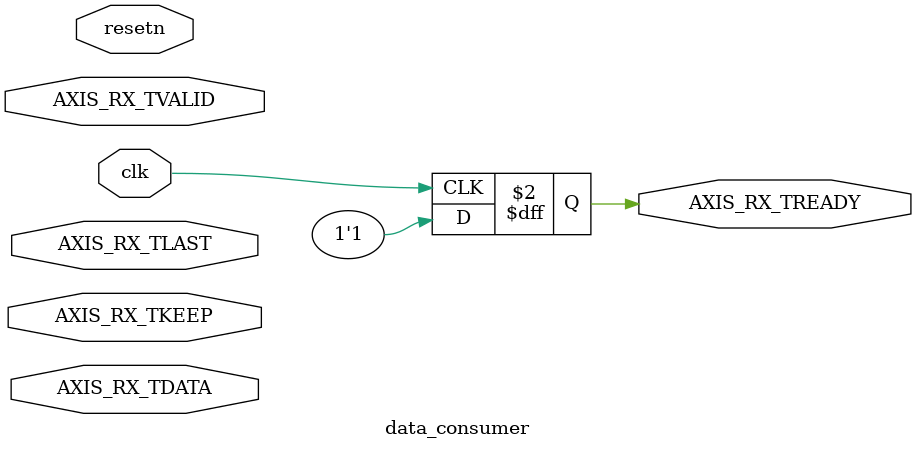
<source format=v>
module data_consumer # (parameter DW=512)
(
    input           clk, resetn,

    input[DW-1:0]   AXIS_RX_TDATA,
    input[DW/8-1:0] AXIS_RX_TKEEP,
    input           AXIS_RX_TLAST,
    input           AXIS_RX_TVALID,
    output reg      AXIS_RX_TREADY 
);

always @(posedge clk) begin
    AXIS_RX_TREADY <= 1;
end

endmodule
</source>
